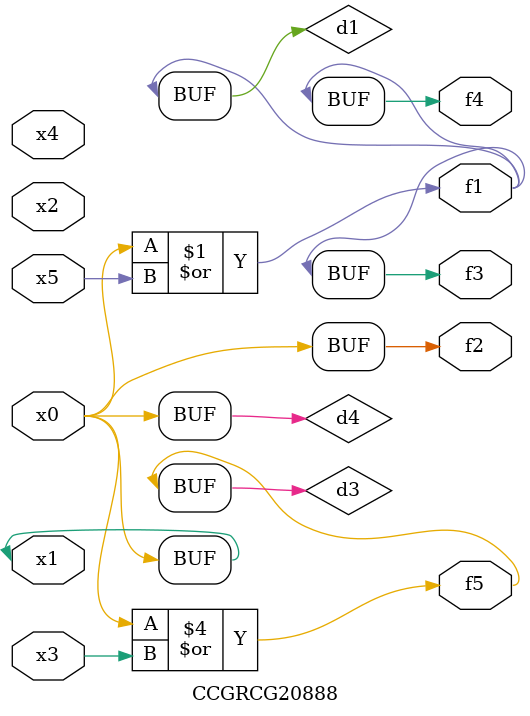
<source format=v>
module CCGRCG20888(
	input x0, x1, x2, x3, x4, x5,
	output f1, f2, f3, f4, f5
);

	wire d1, d2, d3, d4;

	or (d1, x0, x5);
	xnor (d2, x1, x4);
	or (d3, x0, x3);
	buf (d4, x0, x1);
	assign f1 = d1;
	assign f2 = d4;
	assign f3 = d1;
	assign f4 = d1;
	assign f5 = d3;
endmodule

</source>
